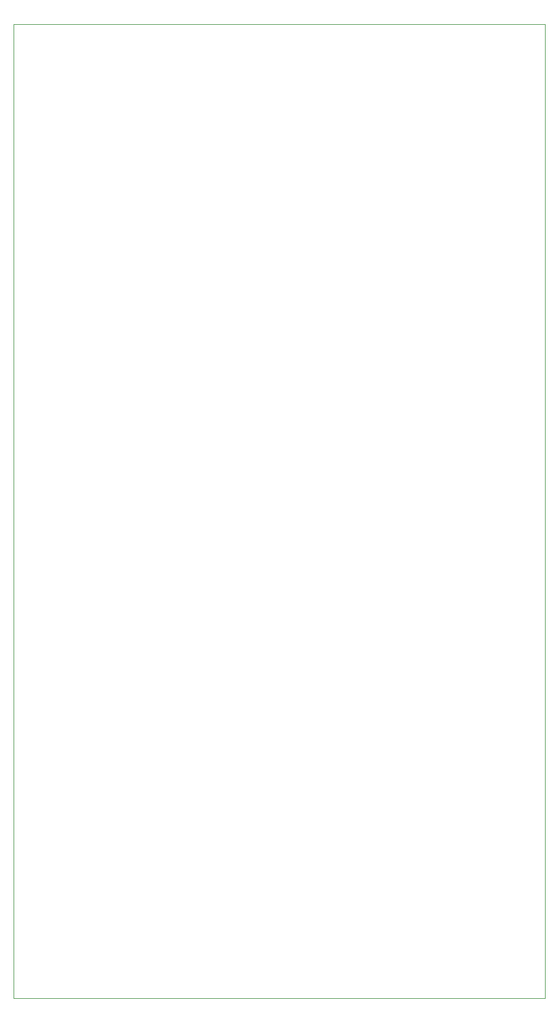
<source format=gbr>
%TF.GenerationSoftware,KiCad,Pcbnew,8.0.4*%
%TF.CreationDate,2024-09-04T22:50:35-05:00*%
%TF.ProjectId,TRS80_Floppy_Adapter,54525338-305f-4466-9c6f-7070795f4164,rev?*%
%TF.SameCoordinates,Original*%
%TF.FileFunction,Profile,NP*%
%FSLAX46Y46*%
G04 Gerber Fmt 4.6, Leading zero omitted, Abs format (unit mm)*
G04 Created by KiCad (PCBNEW 8.0.4) date 2024-09-04 22:50:35*
%MOMM*%
%LPD*%
G01*
G04 APERTURE LIST*
%TA.AperFunction,Profile*%
%ADD10C,0.050000*%
%TD*%
G04 APERTURE END LIST*
D10*
X165100000Y-160020000D02*
X88900000Y-160020000D01*
X88900000Y-20320000D02*
X165100000Y-20320000D01*
X88900000Y-152400000D02*
X88900000Y-20320000D01*
X165100000Y-20320000D02*
X165100000Y-160020000D01*
X88900000Y-160020000D02*
X88900000Y-152400000D01*
M02*

</source>
